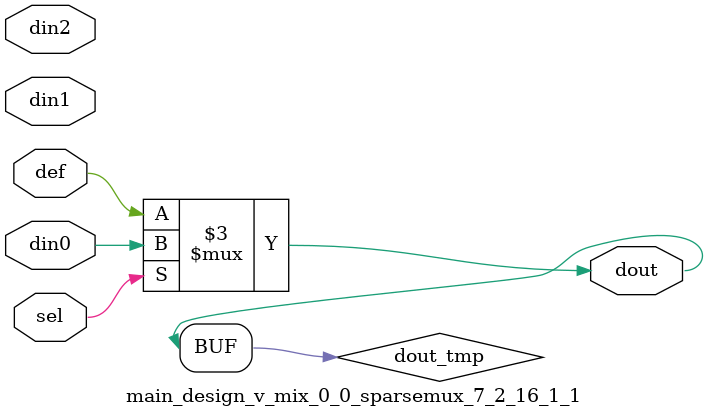
<source format=v>
`timescale 1ns / 1ps

module main_design_v_mix_0_0_sparsemux_7_2_16_1_1 (din0,din1,din2,def,sel,dout);

parameter din0_WIDTH = 1;

parameter din1_WIDTH = 1;

parameter din2_WIDTH = 1;

parameter def_WIDTH = 1;
parameter sel_WIDTH = 1;
parameter dout_WIDTH = 1;

parameter [sel_WIDTH-1:0] CASE0 = 1;

parameter [sel_WIDTH-1:0] CASE1 = 1;

parameter [sel_WIDTH-1:0] CASE2 = 1;

parameter ID = 1;
parameter NUM_STAGE = 1;



input [din0_WIDTH-1:0] din0;

input [din1_WIDTH-1:0] din1;

input [din2_WIDTH-1:0] din2;

input [def_WIDTH-1:0] def;
input [sel_WIDTH-1:0] sel;

output [dout_WIDTH-1:0] dout;



reg [dout_WIDTH-1:0] dout_tmp;


always @ (*) begin
(* parallel_case *) case (sel)
    
    CASE0 : dout_tmp = din0;
    
    CASE1 : dout_tmp = din1;
    
    CASE2 : dout_tmp = din2;
    
    default : dout_tmp = def;
endcase
end


assign dout = dout_tmp;



endmodule

</source>
